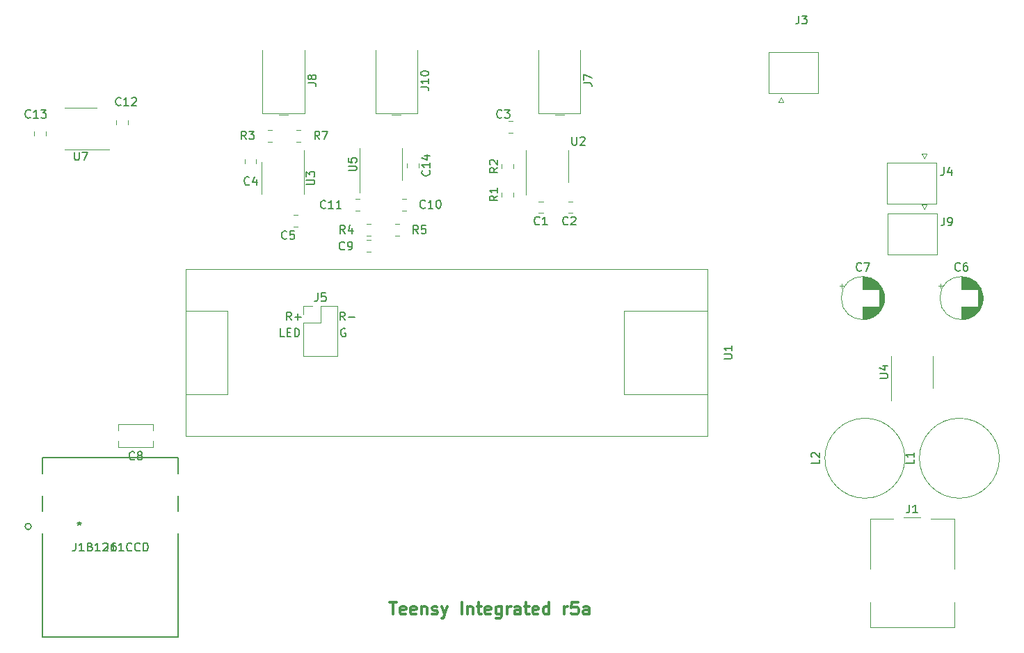
<source format=gto>
G04 #@! TF.GenerationSoftware,KiCad,Pcbnew,(5.1.6-0-10_14)*
G04 #@! TF.CreationDate,2020-10-13T14:09:36+09:00*
G04 #@! TF.ProjectId,teabiscuits_compute,74656162-6973-4637-9569-74735f636f6d,rev?*
G04 #@! TF.SameCoordinates,Original*
G04 #@! TF.FileFunction,Legend,Top*
G04 #@! TF.FilePolarity,Positive*
%FSLAX46Y46*%
G04 Gerber Fmt 4.6, Leading zero omitted, Abs format (unit mm)*
G04 Created by KiCad (PCBNEW (5.1.6-0-10_14)) date 2020-10-13 14:09:36*
%MOMM*%
%LPD*%
G01*
G04 APERTURE LIST*
%ADD10C,0.300000*%
%ADD11C,0.150000*%
%ADD12C,0.120000*%
%ADD13C,0.152400*%
G04 APERTURE END LIST*
D10*
X137390000Y-165018571D02*
X138247142Y-165018571D01*
X137818571Y-166518571D02*
X137818571Y-165018571D01*
X139318571Y-166447142D02*
X139175714Y-166518571D01*
X138890000Y-166518571D01*
X138747142Y-166447142D01*
X138675714Y-166304285D01*
X138675714Y-165732857D01*
X138747142Y-165590000D01*
X138890000Y-165518571D01*
X139175714Y-165518571D01*
X139318571Y-165590000D01*
X139390000Y-165732857D01*
X139390000Y-165875714D01*
X138675714Y-166018571D01*
X140604285Y-166447142D02*
X140461428Y-166518571D01*
X140175714Y-166518571D01*
X140032857Y-166447142D01*
X139961428Y-166304285D01*
X139961428Y-165732857D01*
X140032857Y-165590000D01*
X140175714Y-165518571D01*
X140461428Y-165518571D01*
X140604285Y-165590000D01*
X140675714Y-165732857D01*
X140675714Y-165875714D01*
X139961428Y-166018571D01*
X141318571Y-165518571D02*
X141318571Y-166518571D01*
X141318571Y-165661428D02*
X141390000Y-165590000D01*
X141532857Y-165518571D01*
X141747142Y-165518571D01*
X141890000Y-165590000D01*
X141961428Y-165732857D01*
X141961428Y-166518571D01*
X142604285Y-166447142D02*
X142747142Y-166518571D01*
X143032857Y-166518571D01*
X143175714Y-166447142D01*
X143247142Y-166304285D01*
X143247142Y-166232857D01*
X143175714Y-166090000D01*
X143032857Y-166018571D01*
X142818571Y-166018571D01*
X142675714Y-165947142D01*
X142604285Y-165804285D01*
X142604285Y-165732857D01*
X142675714Y-165590000D01*
X142818571Y-165518571D01*
X143032857Y-165518571D01*
X143175714Y-165590000D01*
X143747142Y-165518571D02*
X144104285Y-166518571D01*
X144461428Y-165518571D02*
X144104285Y-166518571D01*
X143961428Y-166875714D01*
X143890000Y-166947142D01*
X143747142Y-167018571D01*
X146175714Y-166518571D02*
X146175714Y-165018571D01*
X146890000Y-165518571D02*
X146890000Y-166518571D01*
X146890000Y-165661428D02*
X146961428Y-165590000D01*
X147104285Y-165518571D01*
X147318571Y-165518571D01*
X147461428Y-165590000D01*
X147532857Y-165732857D01*
X147532857Y-166518571D01*
X148032857Y-165518571D02*
X148604285Y-165518571D01*
X148247142Y-165018571D02*
X148247142Y-166304285D01*
X148318571Y-166447142D01*
X148461428Y-166518571D01*
X148604285Y-166518571D01*
X149675714Y-166447142D02*
X149532857Y-166518571D01*
X149247142Y-166518571D01*
X149104285Y-166447142D01*
X149032857Y-166304285D01*
X149032857Y-165732857D01*
X149104285Y-165590000D01*
X149247142Y-165518571D01*
X149532857Y-165518571D01*
X149675714Y-165590000D01*
X149747142Y-165732857D01*
X149747142Y-165875714D01*
X149032857Y-166018571D01*
X151032857Y-165518571D02*
X151032857Y-166732857D01*
X150961428Y-166875714D01*
X150890000Y-166947142D01*
X150747142Y-167018571D01*
X150532857Y-167018571D01*
X150390000Y-166947142D01*
X151032857Y-166447142D02*
X150890000Y-166518571D01*
X150604285Y-166518571D01*
X150461428Y-166447142D01*
X150390000Y-166375714D01*
X150318571Y-166232857D01*
X150318571Y-165804285D01*
X150390000Y-165661428D01*
X150461428Y-165590000D01*
X150604285Y-165518571D01*
X150890000Y-165518571D01*
X151032857Y-165590000D01*
X151747142Y-166518571D02*
X151747142Y-165518571D01*
X151747142Y-165804285D02*
X151818571Y-165661428D01*
X151890000Y-165590000D01*
X152032857Y-165518571D01*
X152175714Y-165518571D01*
X153318571Y-166518571D02*
X153318571Y-165732857D01*
X153247142Y-165590000D01*
X153104285Y-165518571D01*
X152818571Y-165518571D01*
X152675714Y-165590000D01*
X153318571Y-166447142D02*
X153175714Y-166518571D01*
X152818571Y-166518571D01*
X152675714Y-166447142D01*
X152604285Y-166304285D01*
X152604285Y-166161428D01*
X152675714Y-166018571D01*
X152818571Y-165947142D01*
X153175714Y-165947142D01*
X153318571Y-165875714D01*
X153818571Y-165518571D02*
X154390000Y-165518571D01*
X154032857Y-165018571D02*
X154032857Y-166304285D01*
X154104285Y-166447142D01*
X154247142Y-166518571D01*
X154390000Y-166518571D01*
X155461428Y-166447142D02*
X155318571Y-166518571D01*
X155032857Y-166518571D01*
X154890000Y-166447142D01*
X154818571Y-166304285D01*
X154818571Y-165732857D01*
X154890000Y-165590000D01*
X155032857Y-165518571D01*
X155318571Y-165518571D01*
X155461428Y-165590000D01*
X155532857Y-165732857D01*
X155532857Y-165875714D01*
X154818571Y-166018571D01*
X156818571Y-166518571D02*
X156818571Y-165018571D01*
X156818571Y-166447142D02*
X156675714Y-166518571D01*
X156390000Y-166518571D01*
X156247142Y-166447142D01*
X156175714Y-166375714D01*
X156104285Y-166232857D01*
X156104285Y-165804285D01*
X156175714Y-165661428D01*
X156247142Y-165590000D01*
X156390000Y-165518571D01*
X156675714Y-165518571D01*
X156818571Y-165590000D01*
X158675714Y-166518571D02*
X158675714Y-165518571D01*
X158675714Y-165804285D02*
X158747142Y-165661428D01*
X158818571Y-165590000D01*
X158961428Y-165518571D01*
X159104285Y-165518571D01*
X160318571Y-165018571D02*
X159604285Y-165018571D01*
X159532857Y-165732857D01*
X159604285Y-165661428D01*
X159747142Y-165590000D01*
X160104285Y-165590000D01*
X160247142Y-165661428D01*
X160318571Y-165732857D01*
X160390000Y-165875714D01*
X160390000Y-166232857D01*
X160318571Y-166375714D01*
X160247142Y-166447142D01*
X160104285Y-166518571D01*
X159747142Y-166518571D01*
X159604285Y-166447142D01*
X159532857Y-166375714D01*
X161675714Y-166518571D02*
X161675714Y-165732857D01*
X161604285Y-165590000D01*
X161461428Y-165518571D01*
X161175714Y-165518571D01*
X161032857Y-165590000D01*
X161675714Y-166447142D02*
X161532857Y-166518571D01*
X161175714Y-166518571D01*
X161032857Y-166447142D01*
X160961428Y-166304285D01*
X160961428Y-166161428D01*
X161032857Y-166018571D01*
X161175714Y-165947142D01*
X161532857Y-165947142D01*
X161675714Y-165875714D01*
D11*
X132011904Y-131750000D02*
X131916666Y-131702380D01*
X131773809Y-131702380D01*
X131630952Y-131750000D01*
X131535714Y-131845238D01*
X131488095Y-131940476D01*
X131440476Y-132130952D01*
X131440476Y-132273809D01*
X131488095Y-132464285D01*
X131535714Y-132559523D01*
X131630952Y-132654761D01*
X131773809Y-132702380D01*
X131869047Y-132702380D01*
X132011904Y-132654761D01*
X132059523Y-132607142D01*
X132059523Y-132273809D01*
X131869047Y-132273809D01*
X124607142Y-132702380D02*
X124130952Y-132702380D01*
X124130952Y-131702380D01*
X124940476Y-132178571D02*
X125273809Y-132178571D01*
X125416666Y-132702380D02*
X124940476Y-132702380D01*
X124940476Y-131702380D01*
X125416666Y-131702380D01*
X125845238Y-132702380D02*
X125845238Y-131702380D01*
X126083333Y-131702380D01*
X126226190Y-131750000D01*
X126321428Y-131845238D01*
X126369047Y-131940476D01*
X126416666Y-132130952D01*
X126416666Y-132273809D01*
X126369047Y-132464285D01*
X126321428Y-132559523D01*
X126226190Y-132654761D01*
X126083333Y-132702380D01*
X125845238Y-132702380D01*
X131940476Y-130702380D02*
X131607142Y-130226190D01*
X131369047Y-130702380D02*
X131369047Y-129702380D01*
X131750000Y-129702380D01*
X131845238Y-129750000D01*
X131892857Y-129797619D01*
X131940476Y-129892857D01*
X131940476Y-130035714D01*
X131892857Y-130130952D01*
X131845238Y-130178571D01*
X131750000Y-130226190D01*
X131369047Y-130226190D01*
X132369047Y-130321428D02*
X133130952Y-130321428D01*
X125440476Y-130702380D02*
X125107142Y-130226190D01*
X124869047Y-130702380D02*
X124869047Y-129702380D01*
X125250000Y-129702380D01*
X125345238Y-129750000D01*
X125392857Y-129797619D01*
X125440476Y-129892857D01*
X125440476Y-130035714D01*
X125392857Y-130130952D01*
X125345238Y-130178571D01*
X125250000Y-130226190D01*
X124869047Y-130226190D01*
X125869047Y-130321428D02*
X126630952Y-130321428D01*
X126250000Y-130702380D02*
X126250000Y-129940476D01*
D12*
X104115000Y-106883578D02*
X104115000Y-106366422D01*
X105535000Y-106883578D02*
X105535000Y-106366422D01*
X165930000Y-129540000D02*
X176090000Y-129540000D01*
X165930000Y-139700000D02*
X165930000Y-129540000D01*
X176090000Y-139700000D02*
X165930000Y-139700000D01*
X117670000Y-129540000D02*
X112590000Y-129540000D01*
X117670000Y-139700000D02*
X117670000Y-129540000D01*
X112590000Y-139700000D02*
X117670000Y-139700000D01*
X112590000Y-124460000D02*
X112590000Y-144780000D01*
X176090000Y-124460000D02*
X112590000Y-124460000D01*
X176090000Y-144780000D02*
X176090000Y-124460000D01*
X176090000Y-144780000D02*
X112590000Y-144780000D01*
X99825000Y-104815000D02*
X97875000Y-104815000D01*
X99825000Y-104815000D02*
X101775000Y-104815000D01*
X99825000Y-109935000D02*
X97875000Y-109935000D01*
X99825000Y-109935000D02*
X103275000Y-109935000D01*
X95535000Y-107678922D02*
X95535000Y-108196078D01*
X94115000Y-107678922D02*
X94115000Y-108196078D01*
X203975000Y-116550000D02*
X203975000Y-111550000D01*
X197975000Y-116550000D02*
X203975000Y-116550000D01*
X197975000Y-111550000D02*
X197975000Y-116550000D01*
X203975000Y-111550000D02*
X197975000Y-111550000D01*
X202475000Y-111050000D02*
X202775000Y-110450000D01*
X202775000Y-110450000D02*
X202175000Y-110450000D01*
X202175000Y-110450000D02*
X202475000Y-111050000D01*
X156071078Y-117660000D02*
X155553922Y-117660000D01*
X156071078Y-116240000D02*
X155553922Y-116240000D01*
X159153922Y-116240000D02*
X159671078Y-116240000D01*
X159153922Y-117660000D02*
X159671078Y-117660000D01*
X152396078Y-106490000D02*
X151878922Y-106490000D01*
X152396078Y-107910000D02*
X151878922Y-107910000D01*
X121185000Y-111128922D02*
X121185000Y-111646078D01*
X119765000Y-111128922D02*
X119765000Y-111646078D01*
X125728922Y-119335000D02*
X126246078Y-119335000D01*
X125728922Y-117915000D02*
X126246078Y-117915000D01*
X209620000Y-128000000D02*
G75*
G03*
X209620000Y-128000000I-2620000J0D01*
G01*
X207000000Y-129040000D02*
X207000000Y-130580000D01*
X207000000Y-125420000D02*
X207000000Y-126960000D01*
X207040000Y-129040000D02*
X207040000Y-130580000D01*
X207040000Y-125420000D02*
X207040000Y-126960000D01*
X207080000Y-125421000D02*
X207080000Y-126960000D01*
X207080000Y-129040000D02*
X207080000Y-130579000D01*
X207120000Y-125422000D02*
X207120000Y-126960000D01*
X207120000Y-129040000D02*
X207120000Y-130578000D01*
X207160000Y-125424000D02*
X207160000Y-126960000D01*
X207160000Y-129040000D02*
X207160000Y-130576000D01*
X207200000Y-125427000D02*
X207200000Y-126960000D01*
X207200000Y-129040000D02*
X207200000Y-130573000D01*
X207240000Y-125431000D02*
X207240000Y-126960000D01*
X207240000Y-129040000D02*
X207240000Y-130569000D01*
X207280000Y-125435000D02*
X207280000Y-126960000D01*
X207280000Y-129040000D02*
X207280000Y-130565000D01*
X207320000Y-125439000D02*
X207320000Y-126960000D01*
X207320000Y-129040000D02*
X207320000Y-130561000D01*
X207360000Y-125444000D02*
X207360000Y-126960000D01*
X207360000Y-129040000D02*
X207360000Y-130556000D01*
X207400000Y-125450000D02*
X207400000Y-126960000D01*
X207400000Y-129040000D02*
X207400000Y-130550000D01*
X207440000Y-125457000D02*
X207440000Y-126960000D01*
X207440000Y-129040000D02*
X207440000Y-130543000D01*
X207480000Y-125464000D02*
X207480000Y-126960000D01*
X207480000Y-129040000D02*
X207480000Y-130536000D01*
X207520000Y-125472000D02*
X207520000Y-126960000D01*
X207520000Y-129040000D02*
X207520000Y-130528000D01*
X207560000Y-125480000D02*
X207560000Y-126960000D01*
X207560000Y-129040000D02*
X207560000Y-130520000D01*
X207600000Y-125489000D02*
X207600000Y-126960000D01*
X207600000Y-129040000D02*
X207600000Y-130511000D01*
X207640000Y-125499000D02*
X207640000Y-126960000D01*
X207640000Y-129040000D02*
X207640000Y-130501000D01*
X207680000Y-125509000D02*
X207680000Y-126960000D01*
X207680000Y-129040000D02*
X207680000Y-130491000D01*
X207721000Y-125520000D02*
X207721000Y-126960000D01*
X207721000Y-129040000D02*
X207721000Y-130480000D01*
X207761000Y-125532000D02*
X207761000Y-126960000D01*
X207761000Y-129040000D02*
X207761000Y-130468000D01*
X207801000Y-125545000D02*
X207801000Y-126960000D01*
X207801000Y-129040000D02*
X207801000Y-130455000D01*
X207841000Y-125558000D02*
X207841000Y-126960000D01*
X207841000Y-129040000D02*
X207841000Y-130442000D01*
X207881000Y-125572000D02*
X207881000Y-126960000D01*
X207881000Y-129040000D02*
X207881000Y-130428000D01*
X207921000Y-125586000D02*
X207921000Y-126960000D01*
X207921000Y-129040000D02*
X207921000Y-130414000D01*
X207961000Y-125602000D02*
X207961000Y-126960000D01*
X207961000Y-129040000D02*
X207961000Y-130398000D01*
X208001000Y-125618000D02*
X208001000Y-126960000D01*
X208001000Y-129040000D02*
X208001000Y-130382000D01*
X208041000Y-125635000D02*
X208041000Y-126960000D01*
X208041000Y-129040000D02*
X208041000Y-130365000D01*
X208081000Y-125652000D02*
X208081000Y-126960000D01*
X208081000Y-129040000D02*
X208081000Y-130348000D01*
X208121000Y-125671000D02*
X208121000Y-126960000D01*
X208121000Y-129040000D02*
X208121000Y-130329000D01*
X208161000Y-125690000D02*
X208161000Y-126960000D01*
X208161000Y-129040000D02*
X208161000Y-130310000D01*
X208201000Y-125710000D02*
X208201000Y-126960000D01*
X208201000Y-129040000D02*
X208201000Y-130290000D01*
X208241000Y-125732000D02*
X208241000Y-126960000D01*
X208241000Y-129040000D02*
X208241000Y-130268000D01*
X208281000Y-125753000D02*
X208281000Y-126960000D01*
X208281000Y-129040000D02*
X208281000Y-130247000D01*
X208321000Y-125776000D02*
X208321000Y-126960000D01*
X208321000Y-129040000D02*
X208321000Y-130224000D01*
X208361000Y-125800000D02*
X208361000Y-126960000D01*
X208361000Y-129040000D02*
X208361000Y-130200000D01*
X208401000Y-125825000D02*
X208401000Y-126960000D01*
X208401000Y-129040000D02*
X208401000Y-130175000D01*
X208441000Y-125851000D02*
X208441000Y-126960000D01*
X208441000Y-129040000D02*
X208441000Y-130149000D01*
X208481000Y-125878000D02*
X208481000Y-126960000D01*
X208481000Y-129040000D02*
X208481000Y-130122000D01*
X208521000Y-125905000D02*
X208521000Y-126960000D01*
X208521000Y-129040000D02*
X208521000Y-130095000D01*
X208561000Y-125935000D02*
X208561000Y-126960000D01*
X208561000Y-129040000D02*
X208561000Y-130065000D01*
X208601000Y-125965000D02*
X208601000Y-126960000D01*
X208601000Y-129040000D02*
X208601000Y-130035000D01*
X208641000Y-125996000D02*
X208641000Y-126960000D01*
X208641000Y-129040000D02*
X208641000Y-130004000D01*
X208681000Y-126029000D02*
X208681000Y-126960000D01*
X208681000Y-129040000D02*
X208681000Y-129971000D01*
X208721000Y-126063000D02*
X208721000Y-126960000D01*
X208721000Y-129040000D02*
X208721000Y-129937000D01*
X208761000Y-126099000D02*
X208761000Y-126960000D01*
X208761000Y-129040000D02*
X208761000Y-129901000D01*
X208801000Y-126136000D02*
X208801000Y-126960000D01*
X208801000Y-129040000D02*
X208801000Y-129864000D01*
X208841000Y-126174000D02*
X208841000Y-126960000D01*
X208841000Y-129040000D02*
X208841000Y-129826000D01*
X208881000Y-126215000D02*
X208881000Y-126960000D01*
X208881000Y-129040000D02*
X208881000Y-129785000D01*
X208921000Y-126257000D02*
X208921000Y-126960000D01*
X208921000Y-129040000D02*
X208921000Y-129743000D01*
X208961000Y-126301000D02*
X208961000Y-126960000D01*
X208961000Y-129040000D02*
X208961000Y-129699000D01*
X209001000Y-126347000D02*
X209001000Y-126960000D01*
X209001000Y-129040000D02*
X209001000Y-129653000D01*
X209041000Y-126395000D02*
X209041000Y-129605000D01*
X209081000Y-126446000D02*
X209081000Y-129554000D01*
X209121000Y-126500000D02*
X209121000Y-129500000D01*
X209161000Y-126557000D02*
X209161000Y-129443000D01*
X209201000Y-126617000D02*
X209201000Y-129383000D01*
X209241000Y-126681000D02*
X209241000Y-129319000D01*
X209281000Y-126749000D02*
X209281000Y-129251000D01*
X209321000Y-126822000D02*
X209321000Y-129178000D01*
X209361000Y-126902000D02*
X209361000Y-129098000D01*
X209401000Y-126989000D02*
X209401000Y-129011000D01*
X209441000Y-127085000D02*
X209441000Y-128915000D01*
X209481000Y-127195000D02*
X209481000Y-128805000D01*
X209521000Y-127323000D02*
X209521000Y-128677000D01*
X209561000Y-127482000D02*
X209561000Y-128518000D01*
X209601000Y-127716000D02*
X209601000Y-128284000D01*
X204195225Y-126525000D02*
X204695225Y-126525000D01*
X204445225Y-126275000D02*
X204445225Y-126775000D01*
X192445225Y-126275000D02*
X192445225Y-126775000D01*
X192195225Y-126525000D02*
X192695225Y-126525000D01*
X197601000Y-127716000D02*
X197601000Y-128284000D01*
X197561000Y-127482000D02*
X197561000Y-128518000D01*
X197521000Y-127323000D02*
X197521000Y-128677000D01*
X197481000Y-127195000D02*
X197481000Y-128805000D01*
X197441000Y-127085000D02*
X197441000Y-128915000D01*
X197401000Y-126989000D02*
X197401000Y-129011000D01*
X197361000Y-126902000D02*
X197361000Y-129098000D01*
X197321000Y-126822000D02*
X197321000Y-129178000D01*
X197281000Y-126749000D02*
X197281000Y-129251000D01*
X197241000Y-126681000D02*
X197241000Y-129319000D01*
X197201000Y-126617000D02*
X197201000Y-129383000D01*
X197161000Y-126557000D02*
X197161000Y-129443000D01*
X197121000Y-126500000D02*
X197121000Y-129500000D01*
X197081000Y-126446000D02*
X197081000Y-129554000D01*
X197041000Y-126395000D02*
X197041000Y-129605000D01*
X197001000Y-129040000D02*
X197001000Y-129653000D01*
X197001000Y-126347000D02*
X197001000Y-126960000D01*
X196961000Y-129040000D02*
X196961000Y-129699000D01*
X196961000Y-126301000D02*
X196961000Y-126960000D01*
X196921000Y-129040000D02*
X196921000Y-129743000D01*
X196921000Y-126257000D02*
X196921000Y-126960000D01*
X196881000Y-129040000D02*
X196881000Y-129785000D01*
X196881000Y-126215000D02*
X196881000Y-126960000D01*
X196841000Y-129040000D02*
X196841000Y-129826000D01*
X196841000Y-126174000D02*
X196841000Y-126960000D01*
X196801000Y-129040000D02*
X196801000Y-129864000D01*
X196801000Y-126136000D02*
X196801000Y-126960000D01*
X196761000Y-129040000D02*
X196761000Y-129901000D01*
X196761000Y-126099000D02*
X196761000Y-126960000D01*
X196721000Y-129040000D02*
X196721000Y-129937000D01*
X196721000Y-126063000D02*
X196721000Y-126960000D01*
X196681000Y-129040000D02*
X196681000Y-129971000D01*
X196681000Y-126029000D02*
X196681000Y-126960000D01*
X196641000Y-129040000D02*
X196641000Y-130004000D01*
X196641000Y-125996000D02*
X196641000Y-126960000D01*
X196601000Y-129040000D02*
X196601000Y-130035000D01*
X196601000Y-125965000D02*
X196601000Y-126960000D01*
X196561000Y-129040000D02*
X196561000Y-130065000D01*
X196561000Y-125935000D02*
X196561000Y-126960000D01*
X196521000Y-129040000D02*
X196521000Y-130095000D01*
X196521000Y-125905000D02*
X196521000Y-126960000D01*
X196481000Y-129040000D02*
X196481000Y-130122000D01*
X196481000Y-125878000D02*
X196481000Y-126960000D01*
X196441000Y-129040000D02*
X196441000Y-130149000D01*
X196441000Y-125851000D02*
X196441000Y-126960000D01*
X196401000Y-129040000D02*
X196401000Y-130175000D01*
X196401000Y-125825000D02*
X196401000Y-126960000D01*
X196361000Y-129040000D02*
X196361000Y-130200000D01*
X196361000Y-125800000D02*
X196361000Y-126960000D01*
X196321000Y-129040000D02*
X196321000Y-130224000D01*
X196321000Y-125776000D02*
X196321000Y-126960000D01*
X196281000Y-129040000D02*
X196281000Y-130247000D01*
X196281000Y-125753000D02*
X196281000Y-126960000D01*
X196241000Y-129040000D02*
X196241000Y-130268000D01*
X196241000Y-125732000D02*
X196241000Y-126960000D01*
X196201000Y-129040000D02*
X196201000Y-130290000D01*
X196201000Y-125710000D02*
X196201000Y-126960000D01*
X196161000Y-129040000D02*
X196161000Y-130310000D01*
X196161000Y-125690000D02*
X196161000Y-126960000D01*
X196121000Y-129040000D02*
X196121000Y-130329000D01*
X196121000Y-125671000D02*
X196121000Y-126960000D01*
X196081000Y-129040000D02*
X196081000Y-130348000D01*
X196081000Y-125652000D02*
X196081000Y-126960000D01*
X196041000Y-129040000D02*
X196041000Y-130365000D01*
X196041000Y-125635000D02*
X196041000Y-126960000D01*
X196001000Y-129040000D02*
X196001000Y-130382000D01*
X196001000Y-125618000D02*
X196001000Y-126960000D01*
X195961000Y-129040000D02*
X195961000Y-130398000D01*
X195961000Y-125602000D02*
X195961000Y-126960000D01*
X195921000Y-129040000D02*
X195921000Y-130414000D01*
X195921000Y-125586000D02*
X195921000Y-126960000D01*
X195881000Y-129040000D02*
X195881000Y-130428000D01*
X195881000Y-125572000D02*
X195881000Y-126960000D01*
X195841000Y-129040000D02*
X195841000Y-130442000D01*
X195841000Y-125558000D02*
X195841000Y-126960000D01*
X195801000Y-129040000D02*
X195801000Y-130455000D01*
X195801000Y-125545000D02*
X195801000Y-126960000D01*
X195761000Y-129040000D02*
X195761000Y-130468000D01*
X195761000Y-125532000D02*
X195761000Y-126960000D01*
X195721000Y-129040000D02*
X195721000Y-130480000D01*
X195721000Y-125520000D02*
X195721000Y-126960000D01*
X195680000Y-129040000D02*
X195680000Y-130491000D01*
X195680000Y-125509000D02*
X195680000Y-126960000D01*
X195640000Y-129040000D02*
X195640000Y-130501000D01*
X195640000Y-125499000D02*
X195640000Y-126960000D01*
X195600000Y-129040000D02*
X195600000Y-130511000D01*
X195600000Y-125489000D02*
X195600000Y-126960000D01*
X195560000Y-129040000D02*
X195560000Y-130520000D01*
X195560000Y-125480000D02*
X195560000Y-126960000D01*
X195520000Y-129040000D02*
X195520000Y-130528000D01*
X195520000Y-125472000D02*
X195520000Y-126960000D01*
X195480000Y-129040000D02*
X195480000Y-130536000D01*
X195480000Y-125464000D02*
X195480000Y-126960000D01*
X195440000Y-129040000D02*
X195440000Y-130543000D01*
X195440000Y-125457000D02*
X195440000Y-126960000D01*
X195400000Y-129040000D02*
X195400000Y-130550000D01*
X195400000Y-125450000D02*
X195400000Y-126960000D01*
X195360000Y-129040000D02*
X195360000Y-130556000D01*
X195360000Y-125444000D02*
X195360000Y-126960000D01*
X195320000Y-129040000D02*
X195320000Y-130561000D01*
X195320000Y-125439000D02*
X195320000Y-126960000D01*
X195280000Y-129040000D02*
X195280000Y-130565000D01*
X195280000Y-125435000D02*
X195280000Y-126960000D01*
X195240000Y-129040000D02*
X195240000Y-130569000D01*
X195240000Y-125431000D02*
X195240000Y-126960000D01*
X195200000Y-129040000D02*
X195200000Y-130573000D01*
X195200000Y-125427000D02*
X195200000Y-126960000D01*
X195160000Y-129040000D02*
X195160000Y-130576000D01*
X195160000Y-125424000D02*
X195160000Y-126960000D01*
X195120000Y-129040000D02*
X195120000Y-130578000D01*
X195120000Y-125422000D02*
X195120000Y-126960000D01*
X195080000Y-129040000D02*
X195080000Y-130579000D01*
X195080000Y-125421000D02*
X195080000Y-126960000D01*
X195040000Y-125420000D02*
X195040000Y-126960000D01*
X195040000Y-129040000D02*
X195040000Y-130580000D01*
X195000000Y-125420000D02*
X195000000Y-126960000D01*
X195000000Y-129040000D02*
X195000000Y-130580000D01*
X197620000Y-128000000D02*
G75*
G03*
X197620000Y-128000000I-2620000J0D01*
G01*
X108620000Y-146120000D02*
X104380000Y-146120000D01*
X108620000Y-143380000D02*
X104380000Y-143380000D01*
X108620000Y-146120000D02*
X108620000Y-145415000D01*
X108620000Y-144085000D02*
X108620000Y-143380000D01*
X104380000Y-146120000D02*
X104380000Y-145415000D01*
X104380000Y-144085000D02*
X104380000Y-143380000D01*
X135121078Y-120965000D02*
X134603922Y-120965000D01*
X135121078Y-122385000D02*
X134603922Y-122385000D01*
X138928922Y-117360000D02*
X139446078Y-117360000D01*
X138928922Y-115940000D02*
X139446078Y-115940000D01*
X133746078Y-117335000D02*
X133228922Y-117335000D01*
X133746078Y-115915000D02*
X133228922Y-115915000D01*
X140935000Y-111578922D02*
X140935000Y-112096078D01*
X139515000Y-111578922D02*
X139515000Y-112096078D01*
X195890000Y-160950000D02*
X195890000Y-154890000D01*
X195890000Y-154890000D02*
X198700000Y-154890000D01*
X203300000Y-154890000D02*
X206110000Y-154890000D01*
X206110000Y-154890000D02*
X206110000Y-160950000D01*
X206110000Y-165050000D02*
X206110000Y-168110000D01*
X206110000Y-168110000D02*
X195890000Y-168110000D01*
X195890000Y-168110000D02*
X195890000Y-165050000D01*
X200000000Y-154700000D02*
X202000000Y-154700000D01*
X185325000Y-104175000D02*
X185025000Y-103575000D01*
X184725000Y-104175000D02*
X185325000Y-104175000D01*
X185025000Y-103575000D02*
X184725000Y-104175000D01*
X183525000Y-103075000D02*
X189525000Y-103075000D01*
X189525000Y-103075000D02*
X189525000Y-98075000D01*
X189525000Y-98075000D02*
X183525000Y-98075000D01*
X183525000Y-98075000D02*
X183525000Y-103075000D01*
D13*
X95190000Y-152063763D02*
X95190000Y-153986237D01*
X111700000Y-149396237D02*
X111700000Y-147453400D01*
X95190000Y-156653763D02*
X95190000Y-169246600D01*
X111700000Y-153986237D02*
X111700000Y-152063763D01*
X95190000Y-169246600D02*
X111700000Y-169246600D01*
X111700000Y-169246600D02*
X111700000Y-156653763D01*
X111700000Y-147453400D02*
X95190000Y-147453400D01*
X95190000Y-147453400D02*
X95190000Y-149396237D01*
X93793000Y-155810000D02*
G75*
G03*
X93793000Y-155810000I-381000J0D01*
G01*
D12*
X160635000Y-97810000D02*
X160635000Y-105510000D01*
X155515000Y-105510000D02*
X160635000Y-105510000D01*
X155515000Y-97810000D02*
X155515000Y-105510000D01*
X158625000Y-105710000D02*
X157525000Y-105710000D01*
X125050000Y-105710000D02*
X123950000Y-105710000D01*
X121940000Y-97810000D02*
X121940000Y-105510000D01*
X121940000Y-105510000D02*
X127060000Y-105510000D01*
X127060000Y-97810000D02*
X127060000Y-105510000D01*
X211620000Y-147500000D02*
G75*
G03*
X211620000Y-147500000I-4870000J0D01*
G01*
X200120000Y-147500000D02*
G75*
G03*
X200120000Y-147500000I-4870000J0D01*
G01*
X151040000Y-115646078D02*
X151040000Y-115128922D01*
X152460000Y-115646078D02*
X152460000Y-115128922D01*
X152460000Y-112221078D02*
X152460000Y-111703922D01*
X151040000Y-112221078D02*
X151040000Y-111703922D01*
X122578922Y-108960000D02*
X123096078Y-108960000D01*
X122578922Y-107540000D02*
X123096078Y-107540000D01*
X135121078Y-118965000D02*
X134603922Y-118965000D01*
X135121078Y-120385000D02*
X134603922Y-120385000D01*
X138078922Y-118965000D02*
X138596078Y-118965000D01*
X138078922Y-120385000D02*
X138596078Y-120385000D01*
X126078922Y-107540000D02*
X126596078Y-107540000D01*
X126078922Y-108960000D02*
X126596078Y-108960000D01*
X154005000Y-111975000D02*
X154005000Y-115425000D01*
X154005000Y-111975000D02*
X154005000Y-110025000D01*
X159125000Y-111975000D02*
X159125000Y-113925000D01*
X159125000Y-111975000D02*
X159125000Y-110025000D01*
X121850000Y-113425000D02*
X121850000Y-115375000D01*
X121850000Y-113425000D02*
X121850000Y-111475000D01*
X126970000Y-113425000D02*
X126970000Y-115375000D01*
X126970000Y-113425000D02*
X126970000Y-109975000D01*
X203560000Y-137000000D02*
X203560000Y-135050000D01*
X203560000Y-137000000D02*
X203560000Y-138950000D01*
X198440000Y-137000000D02*
X198440000Y-135050000D01*
X198440000Y-137000000D02*
X198440000Y-140450000D01*
X133770000Y-111725000D02*
X133770000Y-115175000D01*
X133770000Y-111725000D02*
X133770000Y-109775000D01*
X138890000Y-111725000D02*
X138890000Y-113675000D01*
X138890000Y-111725000D02*
X138890000Y-109775000D01*
X202200000Y-116600000D02*
X202500000Y-117200000D01*
X202800000Y-116600000D02*
X202200000Y-116600000D01*
X202500000Y-117200000D02*
X202800000Y-116600000D01*
X204000000Y-117700000D02*
X198000000Y-117700000D01*
X198000000Y-117700000D02*
X198000000Y-122700000D01*
X198000000Y-122700000D02*
X204000000Y-122700000D01*
X204000000Y-122700000D02*
X204000000Y-117700000D01*
X126940000Y-135060000D02*
X131060000Y-135060000D01*
X126940000Y-131000000D02*
X126940000Y-135060000D01*
X131060000Y-128940000D02*
X131060000Y-135060000D01*
X126940000Y-131000000D02*
X129000000Y-131000000D01*
X129000000Y-131000000D02*
X129000000Y-128940000D01*
X129000000Y-128940000D02*
X131060000Y-128940000D01*
X126940000Y-130000000D02*
X126940000Y-128940000D01*
X126940000Y-128940000D02*
X128000000Y-128940000D01*
X140785000Y-97810000D02*
X140785000Y-105510000D01*
X135665000Y-105510000D02*
X140785000Y-105510000D01*
X135665000Y-97810000D02*
X135665000Y-105510000D01*
X138775000Y-105710000D02*
X137675000Y-105710000D01*
D11*
X104682142Y-104482142D02*
X104634523Y-104529761D01*
X104491666Y-104577380D01*
X104396428Y-104577380D01*
X104253571Y-104529761D01*
X104158333Y-104434523D01*
X104110714Y-104339285D01*
X104063095Y-104148809D01*
X104063095Y-104005952D01*
X104110714Y-103815476D01*
X104158333Y-103720238D01*
X104253571Y-103625000D01*
X104396428Y-103577380D01*
X104491666Y-103577380D01*
X104634523Y-103625000D01*
X104682142Y-103672619D01*
X105634523Y-104577380D02*
X105063095Y-104577380D01*
X105348809Y-104577380D02*
X105348809Y-103577380D01*
X105253571Y-103720238D01*
X105158333Y-103815476D01*
X105063095Y-103863095D01*
X106015476Y-103672619D02*
X106063095Y-103625000D01*
X106158333Y-103577380D01*
X106396428Y-103577380D01*
X106491666Y-103625000D01*
X106539285Y-103672619D01*
X106586904Y-103767857D01*
X106586904Y-103863095D01*
X106539285Y-104005952D01*
X105967857Y-104577380D01*
X106586904Y-104577380D01*
X178082380Y-135381904D02*
X178891904Y-135381904D01*
X178987142Y-135334285D01*
X179034761Y-135286666D01*
X179082380Y-135191428D01*
X179082380Y-135000952D01*
X179034761Y-134905714D01*
X178987142Y-134858095D01*
X178891904Y-134810476D01*
X178082380Y-134810476D01*
X179082380Y-133810476D02*
X179082380Y-134381904D01*
X179082380Y-134096190D02*
X178082380Y-134096190D01*
X178225238Y-134191428D01*
X178320476Y-134286666D01*
X178368095Y-134381904D01*
X99063095Y-110227380D02*
X99063095Y-111036904D01*
X99110714Y-111132142D01*
X99158333Y-111179761D01*
X99253571Y-111227380D01*
X99444047Y-111227380D01*
X99539285Y-111179761D01*
X99586904Y-111132142D01*
X99634523Y-111036904D01*
X99634523Y-110227380D01*
X100015476Y-110227380D02*
X100682142Y-110227380D01*
X100253571Y-111227380D01*
X93682142Y-105982142D02*
X93634523Y-106029761D01*
X93491666Y-106077380D01*
X93396428Y-106077380D01*
X93253571Y-106029761D01*
X93158333Y-105934523D01*
X93110714Y-105839285D01*
X93063095Y-105648809D01*
X93063095Y-105505952D01*
X93110714Y-105315476D01*
X93158333Y-105220238D01*
X93253571Y-105125000D01*
X93396428Y-105077380D01*
X93491666Y-105077380D01*
X93634523Y-105125000D01*
X93682142Y-105172619D01*
X94634523Y-106077380D02*
X94063095Y-106077380D01*
X94348809Y-106077380D02*
X94348809Y-105077380D01*
X94253571Y-105220238D01*
X94158333Y-105315476D01*
X94063095Y-105363095D01*
X94967857Y-105077380D02*
X95586904Y-105077380D01*
X95253571Y-105458333D01*
X95396428Y-105458333D01*
X95491666Y-105505952D01*
X95539285Y-105553571D01*
X95586904Y-105648809D01*
X95586904Y-105886904D01*
X95539285Y-105982142D01*
X95491666Y-106029761D01*
X95396428Y-106077380D01*
X95110714Y-106077380D01*
X95015476Y-106029761D01*
X94967857Y-105982142D01*
X204866666Y-112077380D02*
X204866666Y-112791666D01*
X204819047Y-112934523D01*
X204723809Y-113029761D01*
X204580952Y-113077380D01*
X204485714Y-113077380D01*
X205771428Y-112410714D02*
X205771428Y-113077380D01*
X205533333Y-112029761D02*
X205295238Y-112744047D01*
X205914285Y-112744047D01*
X155645833Y-119007142D02*
X155598214Y-119054761D01*
X155455357Y-119102380D01*
X155360119Y-119102380D01*
X155217261Y-119054761D01*
X155122023Y-118959523D01*
X155074404Y-118864285D01*
X155026785Y-118673809D01*
X155026785Y-118530952D01*
X155074404Y-118340476D01*
X155122023Y-118245238D01*
X155217261Y-118150000D01*
X155360119Y-118102380D01*
X155455357Y-118102380D01*
X155598214Y-118150000D01*
X155645833Y-118197619D01*
X156598214Y-119102380D02*
X156026785Y-119102380D01*
X156312500Y-119102380D02*
X156312500Y-118102380D01*
X156217261Y-118245238D01*
X156122023Y-118340476D01*
X156026785Y-118388095D01*
X159108333Y-119007142D02*
X159060714Y-119054761D01*
X158917857Y-119102380D01*
X158822619Y-119102380D01*
X158679761Y-119054761D01*
X158584523Y-118959523D01*
X158536904Y-118864285D01*
X158489285Y-118673809D01*
X158489285Y-118530952D01*
X158536904Y-118340476D01*
X158584523Y-118245238D01*
X158679761Y-118150000D01*
X158822619Y-118102380D01*
X158917857Y-118102380D01*
X159060714Y-118150000D01*
X159108333Y-118197619D01*
X159489285Y-118197619D02*
X159536904Y-118150000D01*
X159632142Y-118102380D01*
X159870238Y-118102380D01*
X159965476Y-118150000D01*
X160013095Y-118197619D01*
X160060714Y-118292857D01*
X160060714Y-118388095D01*
X160013095Y-118530952D01*
X159441666Y-119102380D01*
X160060714Y-119102380D01*
X151058333Y-105982142D02*
X151010714Y-106029761D01*
X150867857Y-106077380D01*
X150772619Y-106077380D01*
X150629761Y-106029761D01*
X150534523Y-105934523D01*
X150486904Y-105839285D01*
X150439285Y-105648809D01*
X150439285Y-105505952D01*
X150486904Y-105315476D01*
X150534523Y-105220238D01*
X150629761Y-105125000D01*
X150772619Y-105077380D01*
X150867857Y-105077380D01*
X151010714Y-105125000D01*
X151058333Y-105172619D01*
X151391666Y-105077380D02*
X152010714Y-105077380D01*
X151677380Y-105458333D01*
X151820238Y-105458333D01*
X151915476Y-105505952D01*
X151963095Y-105553571D01*
X152010714Y-105648809D01*
X152010714Y-105886904D01*
X151963095Y-105982142D01*
X151915476Y-106029761D01*
X151820238Y-106077380D01*
X151534523Y-106077380D01*
X151439285Y-106029761D01*
X151391666Y-105982142D01*
X120333333Y-114157142D02*
X120285714Y-114204761D01*
X120142857Y-114252380D01*
X120047619Y-114252380D01*
X119904761Y-114204761D01*
X119809523Y-114109523D01*
X119761904Y-114014285D01*
X119714285Y-113823809D01*
X119714285Y-113680952D01*
X119761904Y-113490476D01*
X119809523Y-113395238D01*
X119904761Y-113300000D01*
X120047619Y-113252380D01*
X120142857Y-113252380D01*
X120285714Y-113300000D01*
X120333333Y-113347619D01*
X121190476Y-113585714D02*
X121190476Y-114252380D01*
X120952380Y-113204761D02*
X120714285Y-113919047D01*
X121333333Y-113919047D01*
X124883333Y-120732142D02*
X124835714Y-120779761D01*
X124692857Y-120827380D01*
X124597619Y-120827380D01*
X124454761Y-120779761D01*
X124359523Y-120684523D01*
X124311904Y-120589285D01*
X124264285Y-120398809D01*
X124264285Y-120255952D01*
X124311904Y-120065476D01*
X124359523Y-119970238D01*
X124454761Y-119875000D01*
X124597619Y-119827380D01*
X124692857Y-119827380D01*
X124835714Y-119875000D01*
X124883333Y-119922619D01*
X125788095Y-119827380D02*
X125311904Y-119827380D01*
X125264285Y-120303571D01*
X125311904Y-120255952D01*
X125407142Y-120208333D01*
X125645238Y-120208333D01*
X125740476Y-120255952D01*
X125788095Y-120303571D01*
X125835714Y-120398809D01*
X125835714Y-120636904D01*
X125788095Y-120732142D01*
X125740476Y-120779761D01*
X125645238Y-120827380D01*
X125407142Y-120827380D01*
X125311904Y-120779761D01*
X125264285Y-120732142D01*
X206833333Y-124607142D02*
X206785714Y-124654761D01*
X206642857Y-124702380D01*
X206547619Y-124702380D01*
X206404761Y-124654761D01*
X206309523Y-124559523D01*
X206261904Y-124464285D01*
X206214285Y-124273809D01*
X206214285Y-124130952D01*
X206261904Y-123940476D01*
X206309523Y-123845238D01*
X206404761Y-123750000D01*
X206547619Y-123702380D01*
X206642857Y-123702380D01*
X206785714Y-123750000D01*
X206833333Y-123797619D01*
X207690476Y-123702380D02*
X207500000Y-123702380D01*
X207404761Y-123750000D01*
X207357142Y-123797619D01*
X207261904Y-123940476D01*
X207214285Y-124130952D01*
X207214285Y-124511904D01*
X207261904Y-124607142D01*
X207309523Y-124654761D01*
X207404761Y-124702380D01*
X207595238Y-124702380D01*
X207690476Y-124654761D01*
X207738095Y-124607142D01*
X207785714Y-124511904D01*
X207785714Y-124273809D01*
X207738095Y-124178571D01*
X207690476Y-124130952D01*
X207595238Y-124083333D01*
X207404761Y-124083333D01*
X207309523Y-124130952D01*
X207261904Y-124178571D01*
X207214285Y-124273809D01*
X194833333Y-124607142D02*
X194785714Y-124654761D01*
X194642857Y-124702380D01*
X194547619Y-124702380D01*
X194404761Y-124654761D01*
X194309523Y-124559523D01*
X194261904Y-124464285D01*
X194214285Y-124273809D01*
X194214285Y-124130952D01*
X194261904Y-123940476D01*
X194309523Y-123845238D01*
X194404761Y-123750000D01*
X194547619Y-123702380D01*
X194642857Y-123702380D01*
X194785714Y-123750000D01*
X194833333Y-123797619D01*
X195166666Y-123702380D02*
X195833333Y-123702380D01*
X195404761Y-124702380D01*
X106333333Y-147607142D02*
X106285714Y-147654761D01*
X106142857Y-147702380D01*
X106047619Y-147702380D01*
X105904761Y-147654761D01*
X105809523Y-147559523D01*
X105761904Y-147464285D01*
X105714285Y-147273809D01*
X105714285Y-147130952D01*
X105761904Y-146940476D01*
X105809523Y-146845238D01*
X105904761Y-146750000D01*
X106047619Y-146702380D01*
X106142857Y-146702380D01*
X106285714Y-146750000D01*
X106333333Y-146797619D01*
X106904761Y-147130952D02*
X106809523Y-147083333D01*
X106761904Y-147035714D01*
X106714285Y-146940476D01*
X106714285Y-146892857D01*
X106761904Y-146797619D01*
X106809523Y-146750000D01*
X106904761Y-146702380D01*
X107095238Y-146702380D01*
X107190476Y-146750000D01*
X107238095Y-146797619D01*
X107285714Y-146892857D01*
X107285714Y-146940476D01*
X107238095Y-147035714D01*
X107190476Y-147083333D01*
X107095238Y-147130952D01*
X106904761Y-147130952D01*
X106809523Y-147178571D01*
X106761904Y-147226190D01*
X106714285Y-147321428D01*
X106714285Y-147511904D01*
X106761904Y-147607142D01*
X106809523Y-147654761D01*
X106904761Y-147702380D01*
X107095238Y-147702380D01*
X107190476Y-147654761D01*
X107238095Y-147607142D01*
X107285714Y-147511904D01*
X107285714Y-147321428D01*
X107238095Y-147226190D01*
X107190476Y-147178571D01*
X107095238Y-147130952D01*
X131908333Y-122057142D02*
X131860714Y-122104761D01*
X131717857Y-122152380D01*
X131622619Y-122152380D01*
X131479761Y-122104761D01*
X131384523Y-122009523D01*
X131336904Y-121914285D01*
X131289285Y-121723809D01*
X131289285Y-121580952D01*
X131336904Y-121390476D01*
X131384523Y-121295238D01*
X131479761Y-121200000D01*
X131622619Y-121152380D01*
X131717857Y-121152380D01*
X131860714Y-121200000D01*
X131908333Y-121247619D01*
X132384523Y-122152380D02*
X132575000Y-122152380D01*
X132670238Y-122104761D01*
X132717857Y-122057142D01*
X132813095Y-121914285D01*
X132860714Y-121723809D01*
X132860714Y-121342857D01*
X132813095Y-121247619D01*
X132765476Y-121200000D01*
X132670238Y-121152380D01*
X132479761Y-121152380D01*
X132384523Y-121200000D01*
X132336904Y-121247619D01*
X132289285Y-121342857D01*
X132289285Y-121580952D01*
X132336904Y-121676190D01*
X132384523Y-121723809D01*
X132479761Y-121771428D01*
X132670238Y-121771428D01*
X132765476Y-121723809D01*
X132813095Y-121676190D01*
X132860714Y-121580952D01*
X141732142Y-116982142D02*
X141684523Y-117029761D01*
X141541666Y-117077380D01*
X141446428Y-117077380D01*
X141303571Y-117029761D01*
X141208333Y-116934523D01*
X141160714Y-116839285D01*
X141113095Y-116648809D01*
X141113095Y-116505952D01*
X141160714Y-116315476D01*
X141208333Y-116220238D01*
X141303571Y-116125000D01*
X141446428Y-116077380D01*
X141541666Y-116077380D01*
X141684523Y-116125000D01*
X141732142Y-116172619D01*
X142684523Y-117077380D02*
X142113095Y-117077380D01*
X142398809Y-117077380D02*
X142398809Y-116077380D01*
X142303571Y-116220238D01*
X142208333Y-116315476D01*
X142113095Y-116363095D01*
X143303571Y-116077380D02*
X143398809Y-116077380D01*
X143494047Y-116125000D01*
X143541666Y-116172619D01*
X143589285Y-116267857D01*
X143636904Y-116458333D01*
X143636904Y-116696428D01*
X143589285Y-116886904D01*
X143541666Y-116982142D01*
X143494047Y-117029761D01*
X143398809Y-117077380D01*
X143303571Y-117077380D01*
X143208333Y-117029761D01*
X143160714Y-116982142D01*
X143113095Y-116886904D01*
X143065476Y-116696428D01*
X143065476Y-116458333D01*
X143113095Y-116267857D01*
X143160714Y-116172619D01*
X143208333Y-116125000D01*
X143303571Y-116077380D01*
X129607142Y-117007142D02*
X129559523Y-117054761D01*
X129416666Y-117102380D01*
X129321428Y-117102380D01*
X129178571Y-117054761D01*
X129083333Y-116959523D01*
X129035714Y-116864285D01*
X128988095Y-116673809D01*
X128988095Y-116530952D01*
X129035714Y-116340476D01*
X129083333Y-116245238D01*
X129178571Y-116150000D01*
X129321428Y-116102380D01*
X129416666Y-116102380D01*
X129559523Y-116150000D01*
X129607142Y-116197619D01*
X130559523Y-117102380D02*
X129988095Y-117102380D01*
X130273809Y-117102380D02*
X130273809Y-116102380D01*
X130178571Y-116245238D01*
X130083333Y-116340476D01*
X129988095Y-116388095D01*
X131511904Y-117102380D02*
X130940476Y-117102380D01*
X131226190Y-117102380D02*
X131226190Y-116102380D01*
X131130952Y-116245238D01*
X131035714Y-116340476D01*
X130940476Y-116388095D01*
X142232142Y-112480357D02*
X142279761Y-112527976D01*
X142327380Y-112670833D01*
X142327380Y-112766071D01*
X142279761Y-112908928D01*
X142184523Y-113004166D01*
X142089285Y-113051785D01*
X141898809Y-113099404D01*
X141755952Y-113099404D01*
X141565476Y-113051785D01*
X141470238Y-113004166D01*
X141375000Y-112908928D01*
X141327380Y-112766071D01*
X141327380Y-112670833D01*
X141375000Y-112527976D01*
X141422619Y-112480357D01*
X142327380Y-111527976D02*
X142327380Y-112099404D01*
X142327380Y-111813690D02*
X141327380Y-111813690D01*
X141470238Y-111908928D01*
X141565476Y-112004166D01*
X141613095Y-112099404D01*
X141660714Y-110670833D02*
X142327380Y-110670833D01*
X141279761Y-110908928D02*
X141994047Y-111147023D01*
X141994047Y-110527976D01*
X200666666Y-153152380D02*
X200666666Y-153866666D01*
X200619047Y-154009523D01*
X200523809Y-154104761D01*
X200380952Y-154152380D01*
X200285714Y-154152380D01*
X201666666Y-154152380D02*
X201095238Y-154152380D01*
X201380952Y-154152380D02*
X201380952Y-153152380D01*
X201285714Y-153295238D01*
X201190476Y-153390476D01*
X201095238Y-153438095D01*
X187191666Y-93627380D02*
X187191666Y-94341666D01*
X187144047Y-94484523D01*
X187048809Y-94579761D01*
X186905952Y-94627380D01*
X186810714Y-94627380D01*
X187572619Y-93627380D02*
X188191666Y-93627380D01*
X187858333Y-94008333D01*
X188001190Y-94008333D01*
X188096428Y-94055952D01*
X188144047Y-94103571D01*
X188191666Y-94198809D01*
X188191666Y-94436904D01*
X188144047Y-94532142D01*
X188096428Y-94579761D01*
X188001190Y-94627380D01*
X187715476Y-94627380D01*
X187620238Y-94579761D01*
X187572619Y-94532142D01*
X103111666Y-157802380D02*
X103111666Y-158516666D01*
X103064047Y-158659523D01*
X102968809Y-158754761D01*
X102825952Y-158802380D01*
X102730714Y-158802380D01*
X104016428Y-157802380D02*
X103825952Y-157802380D01*
X103730714Y-157850000D01*
X103683095Y-157897619D01*
X103587857Y-158040476D01*
X103540238Y-158230952D01*
X103540238Y-158611904D01*
X103587857Y-158707142D01*
X103635476Y-158754761D01*
X103730714Y-158802380D01*
X103921190Y-158802380D01*
X104016428Y-158754761D01*
X104064047Y-158707142D01*
X104111666Y-158611904D01*
X104111666Y-158373809D01*
X104064047Y-158278571D01*
X104016428Y-158230952D01*
X103921190Y-158183333D01*
X103730714Y-158183333D01*
X103635476Y-158230952D01*
X103587857Y-158278571D01*
X103540238Y-158373809D01*
X99206904Y-157802380D02*
X99206904Y-158516666D01*
X99159285Y-158659523D01*
X99064047Y-158754761D01*
X98921190Y-158802380D01*
X98825952Y-158802380D01*
X100206904Y-158802380D02*
X99635476Y-158802380D01*
X99921190Y-158802380D02*
X99921190Y-157802380D01*
X99825952Y-157945238D01*
X99730714Y-158040476D01*
X99635476Y-158088095D01*
X100968809Y-158278571D02*
X101111666Y-158326190D01*
X101159285Y-158373809D01*
X101206904Y-158469047D01*
X101206904Y-158611904D01*
X101159285Y-158707142D01*
X101111666Y-158754761D01*
X101016428Y-158802380D01*
X100635476Y-158802380D01*
X100635476Y-157802380D01*
X100968809Y-157802380D01*
X101064047Y-157850000D01*
X101111666Y-157897619D01*
X101159285Y-157992857D01*
X101159285Y-158088095D01*
X101111666Y-158183333D01*
X101064047Y-158230952D01*
X100968809Y-158278571D01*
X100635476Y-158278571D01*
X102159285Y-158802380D02*
X101587857Y-158802380D01*
X101873571Y-158802380D02*
X101873571Y-157802380D01*
X101778333Y-157945238D01*
X101683095Y-158040476D01*
X101587857Y-158088095D01*
X102540238Y-157897619D02*
X102587857Y-157850000D01*
X102683095Y-157802380D01*
X102921190Y-157802380D01*
X103016428Y-157850000D01*
X103064047Y-157897619D01*
X103111666Y-157992857D01*
X103111666Y-158088095D01*
X103064047Y-158230952D01*
X102492619Y-158802380D01*
X103111666Y-158802380D01*
X104064047Y-158802380D02*
X103492619Y-158802380D01*
X103778333Y-158802380D02*
X103778333Y-157802380D01*
X103683095Y-157945238D01*
X103587857Y-158040476D01*
X103492619Y-158088095D01*
X105016428Y-158802380D02*
X104445000Y-158802380D01*
X104730714Y-158802380D02*
X104730714Y-157802380D01*
X104635476Y-157945238D01*
X104540238Y-158040476D01*
X104445000Y-158088095D01*
X106016428Y-158707142D02*
X105968809Y-158754761D01*
X105825952Y-158802380D01*
X105730714Y-158802380D01*
X105587857Y-158754761D01*
X105492619Y-158659523D01*
X105445000Y-158564285D01*
X105397380Y-158373809D01*
X105397380Y-158230952D01*
X105445000Y-158040476D01*
X105492619Y-157945238D01*
X105587857Y-157850000D01*
X105730714Y-157802380D01*
X105825952Y-157802380D01*
X105968809Y-157850000D01*
X106016428Y-157897619D01*
X107016428Y-158707142D02*
X106968809Y-158754761D01*
X106825952Y-158802380D01*
X106730714Y-158802380D01*
X106587857Y-158754761D01*
X106492619Y-158659523D01*
X106445000Y-158564285D01*
X106397380Y-158373809D01*
X106397380Y-158230952D01*
X106445000Y-158040476D01*
X106492619Y-157945238D01*
X106587857Y-157850000D01*
X106730714Y-157802380D01*
X106825952Y-157802380D01*
X106968809Y-157850000D01*
X107016428Y-157897619D01*
X107445000Y-158802380D02*
X107445000Y-157802380D01*
X107683095Y-157802380D01*
X107825952Y-157850000D01*
X107921190Y-157945238D01*
X107968809Y-158040476D01*
X108016428Y-158230952D01*
X108016428Y-158373809D01*
X107968809Y-158564285D01*
X107921190Y-158659523D01*
X107825952Y-158754761D01*
X107683095Y-158802380D01*
X107445000Y-158802380D01*
X99635000Y-155242390D02*
X99635000Y-155480486D01*
X99396904Y-155385248D02*
X99635000Y-155480486D01*
X99873095Y-155385248D01*
X99492142Y-155670962D02*
X99635000Y-155480486D01*
X99777857Y-155670962D01*
X161027380Y-101833333D02*
X161741666Y-101833333D01*
X161884523Y-101880952D01*
X161979761Y-101976190D01*
X162027380Y-102119047D01*
X162027380Y-102214285D01*
X161027380Y-101452380D02*
X161027380Y-100785714D01*
X162027380Y-101214285D01*
X127452380Y-101833333D02*
X128166666Y-101833333D01*
X128309523Y-101880952D01*
X128404761Y-101976190D01*
X128452380Y-102119047D01*
X128452380Y-102214285D01*
X127880952Y-101214285D02*
X127833333Y-101309523D01*
X127785714Y-101357142D01*
X127690476Y-101404761D01*
X127642857Y-101404761D01*
X127547619Y-101357142D01*
X127500000Y-101309523D01*
X127452380Y-101214285D01*
X127452380Y-101023809D01*
X127500000Y-100928571D01*
X127547619Y-100880952D01*
X127642857Y-100833333D01*
X127690476Y-100833333D01*
X127785714Y-100880952D01*
X127833333Y-100928571D01*
X127880952Y-101023809D01*
X127880952Y-101214285D01*
X127928571Y-101309523D01*
X127976190Y-101357142D01*
X128071428Y-101404761D01*
X128261904Y-101404761D01*
X128357142Y-101357142D01*
X128404761Y-101309523D01*
X128452380Y-101214285D01*
X128452380Y-101023809D01*
X128404761Y-100928571D01*
X128357142Y-100880952D01*
X128261904Y-100833333D01*
X128071428Y-100833333D01*
X127976190Y-100880952D01*
X127928571Y-100928571D01*
X127880952Y-101023809D01*
X201202380Y-147666666D02*
X201202380Y-148142857D01*
X200202380Y-148142857D01*
X201202380Y-146809523D02*
X201202380Y-147380952D01*
X201202380Y-147095238D02*
X200202380Y-147095238D01*
X200345238Y-147190476D01*
X200440476Y-147285714D01*
X200488095Y-147380952D01*
X189702380Y-147666666D02*
X189702380Y-148142857D01*
X188702380Y-148142857D01*
X188797619Y-147380952D02*
X188750000Y-147333333D01*
X188702380Y-147238095D01*
X188702380Y-147000000D01*
X188750000Y-146904761D01*
X188797619Y-146857142D01*
X188892857Y-146809523D01*
X188988095Y-146809523D01*
X189130952Y-146857142D01*
X189702380Y-147428571D01*
X189702380Y-146809523D01*
X150552380Y-115554166D02*
X150076190Y-115887500D01*
X150552380Y-116125595D02*
X149552380Y-116125595D01*
X149552380Y-115744642D01*
X149600000Y-115649404D01*
X149647619Y-115601785D01*
X149742857Y-115554166D01*
X149885714Y-115554166D01*
X149980952Y-115601785D01*
X150028571Y-115649404D01*
X150076190Y-115744642D01*
X150076190Y-116125595D01*
X150552380Y-114601785D02*
X150552380Y-115173214D01*
X150552380Y-114887500D02*
X149552380Y-114887500D01*
X149695238Y-114982738D01*
X149790476Y-115077976D01*
X149838095Y-115173214D01*
X150552380Y-112129166D02*
X150076190Y-112462500D01*
X150552380Y-112700595D02*
X149552380Y-112700595D01*
X149552380Y-112319642D01*
X149600000Y-112224404D01*
X149647619Y-112176785D01*
X149742857Y-112129166D01*
X149885714Y-112129166D01*
X149980952Y-112176785D01*
X150028571Y-112224404D01*
X150076190Y-112319642D01*
X150076190Y-112700595D01*
X149647619Y-111748214D02*
X149600000Y-111700595D01*
X149552380Y-111605357D01*
X149552380Y-111367261D01*
X149600000Y-111272023D01*
X149647619Y-111224404D01*
X149742857Y-111176785D01*
X149838095Y-111176785D01*
X149980952Y-111224404D01*
X150552380Y-111795833D01*
X150552380Y-111176785D01*
X119958333Y-108677380D02*
X119625000Y-108201190D01*
X119386904Y-108677380D02*
X119386904Y-107677380D01*
X119767857Y-107677380D01*
X119863095Y-107725000D01*
X119910714Y-107772619D01*
X119958333Y-107867857D01*
X119958333Y-108010714D01*
X119910714Y-108105952D01*
X119863095Y-108153571D01*
X119767857Y-108201190D01*
X119386904Y-108201190D01*
X120291666Y-107677380D02*
X120910714Y-107677380D01*
X120577380Y-108058333D01*
X120720238Y-108058333D01*
X120815476Y-108105952D01*
X120863095Y-108153571D01*
X120910714Y-108248809D01*
X120910714Y-108486904D01*
X120863095Y-108582142D01*
X120815476Y-108629761D01*
X120720238Y-108677380D01*
X120434523Y-108677380D01*
X120339285Y-108629761D01*
X120291666Y-108582142D01*
X131983333Y-120127380D02*
X131650000Y-119651190D01*
X131411904Y-120127380D02*
X131411904Y-119127380D01*
X131792857Y-119127380D01*
X131888095Y-119175000D01*
X131935714Y-119222619D01*
X131983333Y-119317857D01*
X131983333Y-119460714D01*
X131935714Y-119555952D01*
X131888095Y-119603571D01*
X131792857Y-119651190D01*
X131411904Y-119651190D01*
X132840476Y-119460714D02*
X132840476Y-120127380D01*
X132602380Y-119079761D02*
X132364285Y-119794047D01*
X132983333Y-119794047D01*
X140883333Y-120152380D02*
X140550000Y-119676190D01*
X140311904Y-120152380D02*
X140311904Y-119152380D01*
X140692857Y-119152380D01*
X140788095Y-119200000D01*
X140835714Y-119247619D01*
X140883333Y-119342857D01*
X140883333Y-119485714D01*
X140835714Y-119580952D01*
X140788095Y-119628571D01*
X140692857Y-119676190D01*
X140311904Y-119676190D01*
X141788095Y-119152380D02*
X141311904Y-119152380D01*
X141264285Y-119628571D01*
X141311904Y-119580952D01*
X141407142Y-119533333D01*
X141645238Y-119533333D01*
X141740476Y-119580952D01*
X141788095Y-119628571D01*
X141835714Y-119723809D01*
X141835714Y-119961904D01*
X141788095Y-120057142D01*
X141740476Y-120104761D01*
X141645238Y-120152380D01*
X141407142Y-120152380D01*
X141311904Y-120104761D01*
X141264285Y-120057142D01*
X128883333Y-108677380D02*
X128550000Y-108201190D01*
X128311904Y-108677380D02*
X128311904Y-107677380D01*
X128692857Y-107677380D01*
X128788095Y-107725000D01*
X128835714Y-107772619D01*
X128883333Y-107867857D01*
X128883333Y-108010714D01*
X128835714Y-108105952D01*
X128788095Y-108153571D01*
X128692857Y-108201190D01*
X128311904Y-108201190D01*
X129216666Y-107677380D02*
X129883333Y-107677380D01*
X129454761Y-108677380D01*
X159613095Y-108377380D02*
X159613095Y-109186904D01*
X159660714Y-109282142D01*
X159708333Y-109329761D01*
X159803571Y-109377380D01*
X159994047Y-109377380D01*
X160089285Y-109329761D01*
X160136904Y-109282142D01*
X160184523Y-109186904D01*
X160184523Y-108377380D01*
X160613095Y-108472619D02*
X160660714Y-108425000D01*
X160755952Y-108377380D01*
X160994047Y-108377380D01*
X161089285Y-108425000D01*
X161136904Y-108472619D01*
X161184523Y-108567857D01*
X161184523Y-108663095D01*
X161136904Y-108805952D01*
X160565476Y-109377380D01*
X161184523Y-109377380D01*
X127262380Y-114186904D02*
X128071904Y-114186904D01*
X128167142Y-114139285D01*
X128214761Y-114091666D01*
X128262380Y-113996428D01*
X128262380Y-113805952D01*
X128214761Y-113710714D01*
X128167142Y-113663095D01*
X128071904Y-113615476D01*
X127262380Y-113615476D01*
X127262380Y-113234523D02*
X127262380Y-112615476D01*
X127643333Y-112948809D01*
X127643333Y-112805952D01*
X127690952Y-112710714D01*
X127738571Y-112663095D01*
X127833809Y-112615476D01*
X128071904Y-112615476D01*
X128167142Y-112663095D01*
X128214761Y-112710714D01*
X128262380Y-112805952D01*
X128262380Y-113091666D01*
X128214761Y-113186904D01*
X128167142Y-113234523D01*
X197052380Y-137761904D02*
X197861904Y-137761904D01*
X197957142Y-137714285D01*
X198004761Y-137666666D01*
X198052380Y-137571428D01*
X198052380Y-137380952D01*
X198004761Y-137285714D01*
X197957142Y-137238095D01*
X197861904Y-137190476D01*
X197052380Y-137190476D01*
X197385714Y-136285714D02*
X198052380Y-136285714D01*
X197004761Y-136523809D02*
X197719047Y-136761904D01*
X197719047Y-136142857D01*
X132382380Y-112486904D02*
X133191904Y-112486904D01*
X133287142Y-112439285D01*
X133334761Y-112391666D01*
X133382380Y-112296428D01*
X133382380Y-112105952D01*
X133334761Y-112010714D01*
X133287142Y-111963095D01*
X133191904Y-111915476D01*
X132382380Y-111915476D01*
X132382380Y-110963095D02*
X132382380Y-111439285D01*
X132858571Y-111486904D01*
X132810952Y-111439285D01*
X132763333Y-111344047D01*
X132763333Y-111105952D01*
X132810952Y-111010714D01*
X132858571Y-110963095D01*
X132953809Y-110915476D01*
X133191904Y-110915476D01*
X133287142Y-110963095D01*
X133334761Y-111010714D01*
X133382380Y-111105952D01*
X133382380Y-111344047D01*
X133334761Y-111439285D01*
X133287142Y-111486904D01*
X204891666Y-118177380D02*
X204891666Y-118891666D01*
X204844047Y-119034523D01*
X204748809Y-119129761D01*
X204605952Y-119177380D01*
X204510714Y-119177380D01*
X205415476Y-119177380D02*
X205605952Y-119177380D01*
X205701190Y-119129761D01*
X205748809Y-119082142D01*
X205844047Y-118939285D01*
X205891666Y-118748809D01*
X205891666Y-118367857D01*
X205844047Y-118272619D01*
X205796428Y-118225000D01*
X205701190Y-118177380D01*
X205510714Y-118177380D01*
X205415476Y-118225000D01*
X205367857Y-118272619D01*
X205320238Y-118367857D01*
X205320238Y-118605952D01*
X205367857Y-118701190D01*
X205415476Y-118748809D01*
X205510714Y-118796428D01*
X205701190Y-118796428D01*
X205796428Y-118748809D01*
X205844047Y-118701190D01*
X205891666Y-118605952D01*
X128666666Y-127392380D02*
X128666666Y-128106666D01*
X128619047Y-128249523D01*
X128523809Y-128344761D01*
X128380952Y-128392380D01*
X128285714Y-128392380D01*
X129619047Y-127392380D02*
X129142857Y-127392380D01*
X129095238Y-127868571D01*
X129142857Y-127820952D01*
X129238095Y-127773333D01*
X129476190Y-127773333D01*
X129571428Y-127820952D01*
X129619047Y-127868571D01*
X129666666Y-127963809D01*
X129666666Y-128201904D01*
X129619047Y-128297142D01*
X129571428Y-128344761D01*
X129476190Y-128392380D01*
X129238095Y-128392380D01*
X129142857Y-128344761D01*
X129095238Y-128297142D01*
X141177380Y-102309523D02*
X141891666Y-102309523D01*
X142034523Y-102357142D01*
X142129761Y-102452380D01*
X142177380Y-102595238D01*
X142177380Y-102690476D01*
X142177380Y-101309523D02*
X142177380Y-101880952D01*
X142177380Y-101595238D02*
X141177380Y-101595238D01*
X141320238Y-101690476D01*
X141415476Y-101785714D01*
X141463095Y-101880952D01*
X141177380Y-100690476D02*
X141177380Y-100595238D01*
X141225000Y-100500000D01*
X141272619Y-100452380D01*
X141367857Y-100404761D01*
X141558333Y-100357142D01*
X141796428Y-100357142D01*
X141986904Y-100404761D01*
X142082142Y-100452380D01*
X142129761Y-100500000D01*
X142177380Y-100595238D01*
X142177380Y-100690476D01*
X142129761Y-100785714D01*
X142082142Y-100833333D01*
X141986904Y-100880952D01*
X141796428Y-100928571D01*
X141558333Y-100928571D01*
X141367857Y-100880952D01*
X141272619Y-100833333D01*
X141225000Y-100785714D01*
X141177380Y-100690476D01*
M02*

</source>
